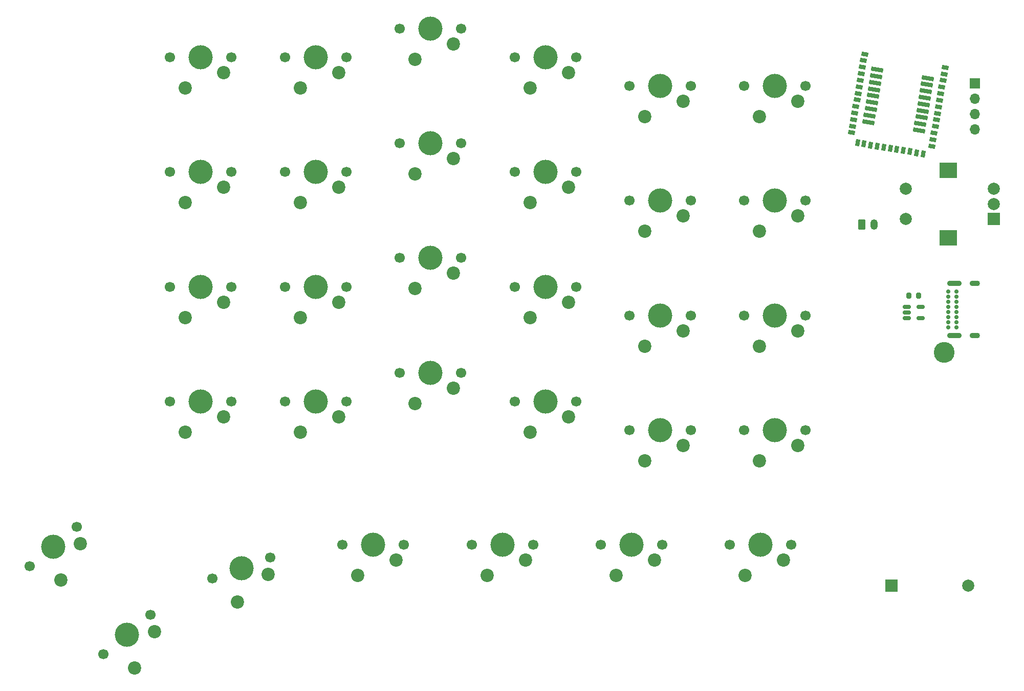
<source format=gbr>
G04 #@! TF.GenerationSoftware,KiCad,Pcbnew,(5.99.0-10089-gf88d39b4f0)*
G04 #@! TF.CreationDate,2021-04-09T11:44:43+02:00*
G04 #@! TF.ProjectId,blackwing,626c6163-6b77-4696-9e67-2e6b69636164,rev?*
G04 #@! TF.SameCoordinates,Original*
G04 #@! TF.FileFunction,Soldermask,Top*
G04 #@! TF.FilePolarity,Negative*
%FSLAX46Y46*%
G04 Gerber Fmt 4.6, Leading zero omitted, Abs format (unit mm)*
G04 Created by KiCad (PCBNEW (5.99.0-10089-gf88d39b4f0)) date 2021-04-09 11:44:43*
%MOMM*%
%LPD*%
G01*
G04 APERTURE LIST*
G04 Aperture macros list*
%AMRoundRect*
0 Rectangle with rounded corners*
0 $1 Rounding radius*
0 $2 $3 $4 $5 $6 $7 $8 $9 X,Y pos of 4 corners*
0 Add a 4 corners polygon primitive as box body*
4,1,4,$2,$3,$4,$5,$6,$7,$8,$9,$2,$3,0*
0 Add four circle primitives for the rounded corners*
1,1,$1+$1,$2,$3*
1,1,$1+$1,$4,$5*
1,1,$1+$1,$6,$7*
1,1,$1+$1,$8,$9*
0 Add four rect primitives between the rounded corners*
20,1,$1+$1,$2,$3,$4,$5,0*
20,1,$1+$1,$4,$5,$6,$7,0*
20,1,$1+$1,$6,$7,$8,$9,0*
20,1,$1+$1,$8,$9,$2,$3,0*%
%AMRotRect*
0 Rectangle, with rotation*
0 The origin of the aperture is its center*
0 $1 length*
0 $2 width*
0 $3 Rotation angle, in degrees counterclockwise*
0 Add horizontal line*
21,1,$1,$2,0,0,$3*%
G04 Aperture macros list end*
%ADD10C,1.700000*%
%ADD11C,4.000000*%
%ADD12C,2.200000*%
%ADD13R,1.700000X1.700000*%
%ADD14O,1.700000X1.700000*%
%ADD15RotRect,1.100000X0.700000X350.538000*%
%ADD16RotRect,0.700000X1.100000X350.538000*%
%ADD17RotRect,2.000000X0.700000X350.538000*%
%ADD18RoundRect,0.250000X-0.350000X-0.625000X0.350000X-0.625000X0.350000X0.625000X-0.350000X0.625000X0*%
%ADD19O,1.200000X1.750000*%
%ADD20C,3.450000*%
%ADD21R,2.000000X2.000000*%
%ADD22C,2.000000*%
%ADD23R,3.000000X2.500000*%
%ADD24C,0.700000*%
%ADD25O,1.700000X0.900000*%
%ADD26O,2.400000X0.900000*%
%ADD27RoundRect,0.200000X0.200000X0.275000X-0.200000X0.275000X-0.200000X-0.275000X0.200000X-0.275000X0*%
%ADD28RoundRect,0.150000X-0.512500X-0.150000X0.512500X-0.150000X0.512500X0.150000X-0.512500X0.150000X0*%
G04 APERTURE END LIST*
D10*
X124460000Y-67042500D03*
X134620000Y-67042500D03*
D11*
X129540000Y-67042500D03*
D12*
X127000000Y-72122500D03*
X133350000Y-69582500D03*
D10*
X6197944Y-89580035D03*
X13980956Y-83049313D03*
D11*
X10089450Y-86314674D03*
D12*
X11409058Y-91838860D03*
X14640760Y-85811406D03*
D11*
X105790000Y-86042500D03*
D10*
X100710000Y-86042500D03*
X110870000Y-86042500D03*
D12*
X103250000Y-91122500D03*
X109600000Y-88582500D03*
D10*
X115620000Y-67042500D03*
D11*
X110540000Y-67042500D03*
D10*
X105460000Y-67042500D03*
D12*
X108000000Y-72122500D03*
X114350000Y-69582500D03*
D10*
X26193506Y-97604139D03*
X18410494Y-104134861D03*
D11*
X22302000Y-100869500D03*
D12*
X23621608Y-106393686D03*
X26853310Y-100366232D03*
D11*
X41254313Y-89864500D03*
D10*
X46027951Y-88127038D03*
X36480674Y-91601963D03*
D12*
X40604956Y-95506870D03*
X45703273Y-90948223D03*
D10*
X68120000Y-86042500D03*
D11*
X63040000Y-86042500D03*
D10*
X57960000Y-86042500D03*
D12*
X60500000Y-91122500D03*
X66850000Y-88582500D03*
D10*
X79335000Y-86042500D03*
D11*
X84415000Y-86042500D03*
D10*
X89495000Y-86042500D03*
D12*
X81875000Y-91122500D03*
X88225000Y-88582500D03*
D10*
X122085000Y-86042500D03*
D11*
X127165000Y-86042500D03*
D10*
X132245000Y-86042500D03*
D12*
X124625000Y-91122500D03*
X130975000Y-88582500D03*
D13*
X162640000Y-9620500D03*
D14*
X162640000Y-12160500D03*
X162640000Y-14700500D03*
X162640000Y-17240500D03*
D10*
X58620000Y-43292500D03*
D11*
X53540000Y-43292500D03*
D10*
X48460000Y-43292500D03*
D12*
X51000000Y-48372500D03*
X57350000Y-45832500D03*
D11*
X34540000Y-43292500D03*
D10*
X39620000Y-43292500D03*
X29460000Y-43292500D03*
D12*
X32000000Y-48372500D03*
X38350000Y-45832500D03*
D11*
X129540000Y-29042500D03*
D10*
X134620000Y-29042500D03*
X124460000Y-29042500D03*
D12*
X127000000Y-34122500D03*
X133350000Y-31582500D03*
D10*
X115620000Y-29042500D03*
X105460000Y-29042500D03*
D11*
X110540000Y-29042500D03*
D12*
X108000000Y-34122500D03*
X114350000Y-31582500D03*
D11*
X91540000Y-24292500D03*
D10*
X96620000Y-24292500D03*
X86460000Y-24292500D03*
D12*
X89000000Y-29372500D03*
X95350000Y-26832500D03*
D10*
X77620000Y-19542500D03*
X67460000Y-19542500D03*
D11*
X72540000Y-19542500D03*
D12*
X70000000Y-24622500D03*
X76350000Y-22082500D03*
D10*
X48460000Y-24292500D03*
D11*
X53540000Y-24292500D03*
D10*
X58620000Y-24292500D03*
D12*
X51000000Y-29372500D03*
X57350000Y-26832500D03*
D10*
X29460000Y-24292500D03*
X39620000Y-24292500D03*
D11*
X34540000Y-24292500D03*
D12*
X32000000Y-29372500D03*
X38350000Y-26832500D03*
D10*
X124460000Y-10042500D03*
X134620000Y-10042500D03*
D11*
X129540000Y-10042500D03*
D12*
X127000000Y-15122500D03*
X133350000Y-12582500D03*
D10*
X115620000Y-10042500D03*
X105460000Y-10042500D03*
D11*
X110540000Y-10042500D03*
D12*
X108000000Y-15122500D03*
X114350000Y-12582500D03*
D10*
X96620000Y-5292500D03*
X86460000Y-5292500D03*
D11*
X91540000Y-5292500D03*
D12*
X89000000Y-10372500D03*
X95350000Y-7832500D03*
D10*
X77620000Y-542500D03*
D11*
X72540000Y-542500D03*
D10*
X67460000Y-542500D03*
D12*
X70000000Y-5622500D03*
X76350000Y-3082500D03*
D11*
X53540000Y-5292500D03*
D10*
X58620000Y-5292500D03*
X48460000Y-5292500D03*
D12*
X51000000Y-10372500D03*
X57350000Y-7832500D03*
D10*
X29460000Y-5292500D03*
X39620000Y-5292500D03*
D11*
X34540000Y-5292500D03*
D12*
X32000000Y-10372500D03*
X38350000Y-7832500D03*
D10*
X86460000Y-43292500D03*
X96620000Y-43292500D03*
D11*
X91540000Y-43292500D03*
D12*
X89000000Y-48372500D03*
X95350000Y-45832500D03*
D10*
X105460000Y-48042500D03*
D11*
X110540000Y-48042500D03*
D10*
X115620000Y-48042500D03*
D12*
X108000000Y-53122500D03*
X114350000Y-50582500D03*
D10*
X134620000Y-48042500D03*
X124460000Y-48042500D03*
D11*
X129540000Y-48042500D03*
D12*
X127000000Y-53122500D03*
X133350000Y-50582500D03*
D10*
X39620000Y-62292500D03*
D11*
X34540000Y-62292500D03*
D10*
X29460000Y-62292500D03*
D12*
X32000000Y-67372500D03*
X38350000Y-64832500D03*
D10*
X58620000Y-62292500D03*
D11*
X53540000Y-62292500D03*
D10*
X48460000Y-62292500D03*
D12*
X51000000Y-67372500D03*
X57350000Y-64832500D03*
D11*
X72540000Y-57542500D03*
D10*
X67460000Y-57542500D03*
X77620000Y-57542500D03*
D12*
X70000000Y-62622500D03*
X76350000Y-60082500D03*
D10*
X86460000Y-62292500D03*
D11*
X91540000Y-62292500D03*
D10*
X96620000Y-62292500D03*
D12*
X89000000Y-67372500D03*
X95350000Y-64832500D03*
D10*
X67460000Y-38542500D03*
D11*
X72540000Y-38542500D03*
D10*
X77620000Y-38542500D03*
D12*
X70000000Y-43622500D03*
X76350000Y-41082500D03*
D15*
X144363146Y-4775259D03*
X144182313Y-5860293D03*
X144001480Y-6945328D03*
X143820647Y-8030362D03*
X143639815Y-9115396D03*
X143458982Y-10200431D03*
X143278149Y-11285465D03*
X143097316Y-12370499D03*
X142916483Y-13455534D03*
X142735651Y-14540568D03*
X142554818Y-15625602D03*
X142373985Y-16710637D03*
X142193152Y-17795671D03*
D16*
X143179556Y-19480755D03*
X144264590Y-19661588D03*
X145349624Y-19842421D03*
X146434659Y-20023253D03*
X147519693Y-20204086D03*
X148604727Y-20384919D03*
X149689762Y-20565752D03*
X150774796Y-20746585D03*
X151859830Y-20927417D03*
X152944865Y-21108250D03*
X154029899Y-21289083D03*
D15*
X155509483Y-20014982D03*
X155690315Y-18929948D03*
X155871148Y-17844914D03*
X156051981Y-16759879D03*
X156232814Y-15674845D03*
X156413647Y-14589811D03*
X156594479Y-13504776D03*
X156775312Y-12419742D03*
X156956145Y-11334708D03*
X157136978Y-10249673D03*
X157317811Y-9164639D03*
X157498643Y-8079605D03*
X157679476Y-6994570D03*
D17*
X146467467Y-7356311D03*
X146286634Y-8441346D03*
X146105802Y-9526380D03*
X145924969Y-10611414D03*
X145744136Y-11696449D03*
X145563303Y-12781483D03*
X145382470Y-13866517D03*
X145201638Y-14951552D03*
X145020805Y-16036586D03*
X154851823Y-8753656D03*
X154670991Y-9838690D03*
X154490158Y-10923724D03*
X154309325Y-12008759D03*
X154128492Y-13093793D03*
X153947659Y-14178827D03*
X153766827Y-15263862D03*
X153585994Y-16348896D03*
X153405161Y-17433930D03*
D18*
X143918000Y-32978500D03*
D19*
X145918000Y-32978500D03*
D20*
X157492000Y-54186500D03*
D21*
X148792000Y-92796500D03*
D22*
X161492000Y-92796500D03*
D21*
X165694000Y-32090500D03*
D22*
X165694000Y-27090500D03*
X165694000Y-29590500D03*
D23*
X158194000Y-23990500D03*
X158194000Y-35190500D03*
D22*
X151194000Y-32090500D03*
X151194000Y-27090500D03*
D24*
X158229000Y-50051500D03*
X158229000Y-49201500D03*
X158229000Y-48351500D03*
X158229000Y-47501500D03*
X158229000Y-46651500D03*
X158229000Y-45801500D03*
X158229000Y-44951500D03*
X158229000Y-44101500D03*
X159579000Y-44101500D03*
X159579000Y-44951500D03*
X159579000Y-45801500D03*
X159579000Y-46651500D03*
X159579000Y-47501500D03*
X159579000Y-48351500D03*
X159579000Y-49201500D03*
X159579000Y-50051500D03*
D25*
X162589000Y-42751500D03*
D26*
X159209000Y-42751500D03*
X159209000Y-51401500D03*
D25*
X162589000Y-51401500D03*
D27*
X153294500Y-44790500D03*
X151644500Y-44790500D03*
D28*
X151332000Y-46634500D03*
X151332000Y-47584500D03*
X151332000Y-48534500D03*
X153607000Y-48534500D03*
X153607000Y-46634500D03*
M02*

</source>
